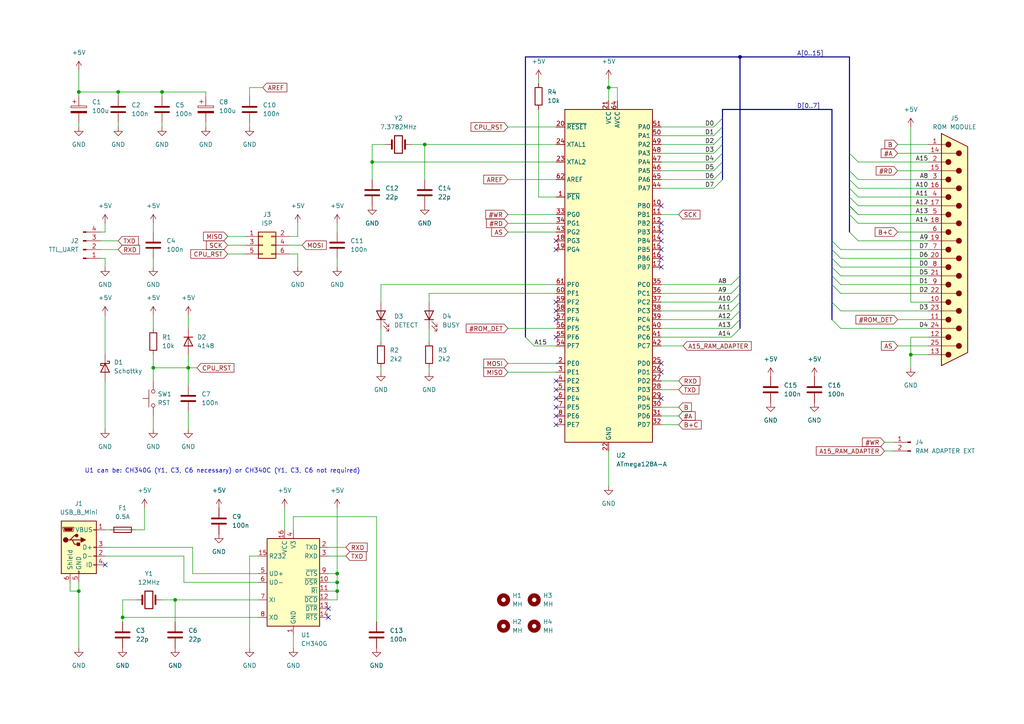
<source format=kicad_sch>
(kicad_sch (version 20231120) (generator "eeschema") (generator_version "8.0")
  (paper "A4")
  (title_block (title "FLT/CU1 ROM reader") (date "2025-01-22") (rev "B") (company "trwgQ26xxx"))
  (lib_symbols
    (symbol "Connector:Conn_01x02_Pin" (pin_names (offset 1.016) hide)
      (property "Reference" "J" (at 0 2.54 0))
      (property "Value" "Conn_01x02_Pin" (at 0 -5.08 0))
      (symbol "Conn_01x02_Pin_1_1"
        (pin passive line (at 5.08 0 180) (length 3.81) (name "Pin_1") (number "1"))
        (pin passive line (at 5.08 -2.54 180) (length 3.81) (name "Pin_2") (number "2"))
      )
    )
    (symbol "Connector:Conn_01x04_Pin" (pin_names (offset 1.016) hide)
      (property "Reference" "J" (at 0 5.08 0))
      (property "Value" "Conn_01x04_Pin" (at 0 -7.62 0))
      (symbol "Conn_01x04_Pin_1_1"
        (pin passive line (at 5.08 2.54 180) (length 3.81) (name "Pin_1") (number "1"))
        (pin passive line (at 5.08 0 180) (length 3.81) (name "Pin_2") (number "2"))
        (pin passive line (at 5.08 -2.54 180) (length 3.81) (name "Pin_3") (number "3"))
        (pin passive line (at 5.08 -5.08 180) (length 3.81) (name "Pin_4") (number "4"))
      )
    )
    (symbol "Connector:DB25_Plug" (pin_names (offset 1.016) hide)
      (property "Reference" "J" (at 0 34.29 0))
      (property "Value" "DB25_Plug" (at 0 -34.925 0))
      (symbol "DB25_Plug_1_1"
        (pin passive line (at -7.62 -30.48 0) (length 3.81) (name "1") (number "1"))
        (pin passive line (at -7.62 15.24 0) (length 3.81) (name "10") (number "10"))
        (pin passive line (at -7.62 20.32 0) (length 3.81) (name "11") (number "11"))
        (pin passive line (at -7.62 25.4 0) (length 3.81) (name "12") (number "12"))
        (pin passive line (at -7.62 30.48 0) (length 3.81) (name "13") (number "13"))
        (pin passive line (at -7.62 -27.94 0) (length 3.81) (name "P14") (number "14"))
        (pin passive line (at -7.62 -22.86 0) (length 3.81) (name "P15") (number "15"))
        (pin passive line (at -7.62 -17.78 0) (length 3.81) (name "P16") (number "16"))
        (pin passive line (at -7.62 -12.7 0) (length 3.81) (name "P17") (number "17"))
        (pin passive line (at -7.62 -7.62 0) (length 3.81) (name "P18") (number "18"))
        (pin passive line (at -7.62 -2.54 0) (length 3.81) (name "P19") (number "19"))
        (pin passive line (at -7.62 -25.4 0) (length 3.81) (name "2") (number "2"))
        (pin passive line (at -7.62 2.54 0) (length 3.81) (name "P20") (number "20"))
        (pin passive line (at -7.62 7.62 0) (length 3.81) (name "P21") (number "21"))
        (pin passive line (at -7.62 12.7 0) (length 3.81) (name "P22") (number "22"))
        (pin passive line (at -7.62 17.78 0) (length 3.81) (name "P23") (number "23"))
        (pin passive line (at -7.62 22.86 0) (length 3.81) (name "P24") (number "24"))
        (pin passive line (at -7.62 27.94 0) (length 3.81) (name "P25") (number "25"))
        (pin passive line (at -7.62 -20.32 0) (length 3.81) (name "3") (number "3"))
        (pin passive line (at -7.62 -15.24 0) (length 3.81) (name "4") (number "4"))
        (pin passive line (at -7.62 -10.16 0) (length 3.81) (name "5") (number "5"))
        (pin passive line (at -7.62 -5.08 0) (length 3.81) (name "6") (number "6"))
        (pin passive line (at -7.62 0 0) (length 3.81) (name "7") (number "7"))
        (pin passive line (at -7.62 5.08 0) (length 3.81) (name "8") (number "8"))
        (pin passive line (at -7.62 10.16 0) (length 3.81) (name "9") (number "9"))
      )
    )
    (symbol "Connector:USB_B_Mini" (pin_names (offset 1.016))
      (property "Reference" "J" (at -5.08 11.43 0))
      (property "Value" "USB_B_Mini" (at -5.08 8.89 0))
      (symbol "USB_B_Mini_1_1"
        (pin power_out line (at 7.62 5.08 180) (length 2.54) (name "VBUS") (number "1"))
        (pin bidirectional line (at 7.62 -2.54 180) (length 2.54) (name "D-") (number "2"))
        (pin bidirectional line (at 7.62 0 180) (length 2.54) (name "D+") (number "3"))
        (pin passive line (at 7.62 -5.08 180) (length 2.54) (name "ID") (number "4"))
        (pin power_out line (at 0 -10.16 90) (length 2.54) (name "GND") (number "5"))
        (pin passive line (at -2.54 -10.16 90) (length 2.54) (name "Shield") (number "6"))
      )
    )
    (symbol "Connector_Generic:Conn_02x03_Odd_Even" (pin_names (offset 1.016) hide)
      (property "Reference" "J" (at 1.27 5.08 0))
      (property "Value" "Conn_02x03_Odd_Even" (at 1.27 -5.08 0))
      (symbol "Conn_02x03_Odd_Even_1_1"
        (pin passive line (at -5.08 2.54 0) (length 3.81) (name "Pin_1") (number "1"))
        (pin passive line (at 7.62 2.54 180) (length 3.81) (name "Pin_2") (number "2"))
        (pin passive line (at -5.08 0 0) (length 3.81) (name "Pin_3") (number "3"))
        (pin passive line (at 7.62 0 180) (length 3.81) (name "Pin_4") (number "4"))
        (pin passive line (at -5.08 -2.54 0) (length 3.81) (name "Pin_5") (number "5"))
        (pin passive line (at 7.62 -2.54 180) (length 3.81) (name "Pin_6") (number "6"))
      )
    )
    (symbol "Device:C" (pin_numbers hide) (pin_names (offset 0.254))
      (property "Reference" "C" (at 0.635 2.54 0))
      (property "Value" "C" (at 0.635 -2.54 0))
      (symbol "C_1_1"
        (pin passive line (at 0 3.81 270) (length 2.794) (name "~") (number "1"))
        (pin passive line (at 0 -3.81 90) (length 2.794) (name "~") (number "2"))
      )
    )
    (symbol "Device:C_Polarized" (pin_numbers hide) (pin_names (offset 0.254))
      (property "Reference" "C" (at 0.635 2.54 0))
      (property "Value" "C_Polarized" (at 0.635 -2.54 0))
      (symbol "C_Polarized_1_1"
        (pin passive line (at 0 3.81 270) (length 2.794) (name "~") (number "1"))
        (pin passive line (at 0 -3.81 90) (length 2.794) (name "~") (number "2"))
      )
    )
    (symbol "Device:Crystal" (pin_numbers hide) (pin_names (offset 1.016) hide)
      (property "Reference" "Y" (at 0 3.81 0))
      (property "Value" "Crystal" (at 0 -3.81 0))
      (symbol "Crystal_1_1"
        (pin passive line (at -3.81 0 0) (length 1.27) (name "1") (number "1"))
        (pin passive line (at 3.81 0 180) (length 1.27) (name "2") (number "2"))
      )
    )
    (symbol "Device:D" (pin_numbers hide) (pin_names (offset 1.016) hide)
      (property "Reference" "D" (at 0 2.54 0))
      (property "Value" "D" (at 0 -2.54 0))
      (symbol "D_1_1"
        (pin passive line (at -3.81 0 0) (length 2.54) (name "K") (number "1"))
        (pin passive line (at 3.81 0 180) (length 2.54) (name "A") (number "2"))
      )
    )
    (symbol "Device:D_Schottky" (pin_numbers hide) (pin_names (offset 1.016) hide)
      (property "Reference" "D" (at 0 2.54 0))
      (property "Value" "D_Schottky" (at 0 -2.54 0))
      (symbol "D_Schottky_1_1"
        (pin passive line (at -3.81 0 0) (length 2.54) (name "K") (number "1"))
        (pin passive line (at 3.81 0 180) (length 2.54) (name "A") (number "2"))
      )
    )
    (symbol "Device:Fuse" (pin_numbers hide) (pin_names (offset 0))
      (property "Reference" "F" (at 2.032 0 90))
      (property "Value" "Fuse" (at -1.905 0 90))
      (symbol "Fuse_1_1"
        (pin passive line (at 0 3.81 270) (length 1.27) (name "~") (number "1"))
        (pin passive line (at 0 -3.81 90) (length 1.27) (name "~") (number "2"))
      )
    )
    (symbol "Device:LED" (pin_numbers hide) (pin_names (offset 1.016) hide)
      (property "Reference" "D" (at 0 2.54 0))
      (property "Value" "LED" (at 0 -2.54 0))
      (symbol "LED_1_1"
        (pin passive line (at -3.81 0 0) (length 2.54) (name "K") (number "1"))
        (pin passive line (at 3.81 0 180) (length 2.54) (name "A") (number "2"))
      )
    )
    (symbol "Device:R" (pin_numbers hide) (pin_names (offset 0))
      (property "Reference" "R" (at 2.032 0 90))
      (property "Value" "R" (at 0 0 90))
      (symbol "R_1_1"
        (pin passive line (at 0 3.81 270) (length 1.27) (name "~") (number "1"))
        (pin passive line (at 0 -3.81 90) (length 1.27) (name "~") (number "2"))
      )
    )
    (symbol "Interface_USB:CH340G"
      (property "Reference" "U" (at -5.08 13.97 0))
      (property "Value" "CH340G" (at 1.27 13.97 0))
      (symbol "CH340G_1_1"
        (pin power_in line (at 0 -15.24 90) (length 2.54) (name "GND") (number "1"))
        (pin input line (at 10.16 0 180) (length 2.54) (name "~{DSR}") (number "10"))
        (pin input line (at 10.16 -2.54 180) (length 2.54) (name "~{RI}") (number "11"))
        (pin input line (at 10.16 -5.08 180) (length 2.54) (name "~{DCD}") (number "12"))
        (pin output line (at 10.16 -7.62 180) (length 2.54) (name "~{DTR}") (number "13"))
        (pin output line (at 10.16 -10.16 180) (length 2.54) (name "~{RTS}") (number "14"))
        (pin input line (at -10.16 7.62 0) (length 2.54) (name "R232") (number "15"))
        (pin power_in line (at -2.54 15.24 270) (length 2.54) (name "VCC") (number "16"))
        (pin output line (at 10.16 10.16 180) (length 2.54) (name "TXD") (number "2"))
        (pin input line (at 10.16 7.62 180) (length 2.54) (name "RXD") (number "3"))
        (pin power_out line (at 0 15.24 270) (length 2.54) (name "V3") (number "4"))
        (pin bidirectional line (at -10.16 2.54 0) (length 2.54) (name "UD+") (number "5"))
        (pin bidirectional line (at -10.16 0 0) (length 2.54) (name "UD-") (number "6"))
        (pin input line (at -10.16 -5.08 0) (length 2.54) (name "XI") (number "7"))
        (pin output line (at -10.16 -10.16 0) (length 2.54) (name "XO") (number "8"))
        (pin input line (at 10.16 2.54 180) (length 2.54) (name "~{CTS}") (number "9"))
      )
    )
    (symbol "MCU_Microchip_ATmega:ATmega128A-A"
      (property "Reference" "U" (at -12.7 49.53 0))
      (property "Value" "ATmega128A-A" (at 2.54 -49.53 0))
      (symbol "ATmega128A-A_1_1"
        (pin input line (at -15.24 22.86 0) (length 2.54) (name "~{PEN}") (number "1"))
        (pin bidirectional line (at 15.24 20.32 180) (length 2.54) (name "PB0") (number "10"))
        (pin bidirectional line (at 15.24 17.78 180) (length 2.54) (name "PB1") (number "11"))
        (pin bidirectional line (at 15.24 15.24 180) (length 2.54) (name "PB2") (number "12"))
        (pin bidirectional line (at 15.24 12.7 180) (length 2.54) (name "PB3") (number "13"))
        (pin bidirectional line (at 15.24 10.16 180) (length 2.54) (name "PB4") (number "14"))
        (pin bidirectional line (at 15.24 7.62 180) (length 2.54) (name "PB5") (number "15"))
        (pin bidirectional line (at 15.24 5.08 180) (length 2.54) (name "PB6") (number "16"))
        (pin bidirectional line (at 15.24 2.54 180) (length 2.54) (name "PB7") (number "17"))
        (pin bidirectional line (at -15.24 10.16 0) (length 2.54) (name "PG3") (number "18"))
        (pin bidirectional line (at -15.24 7.62 0) (length 2.54) (name "PG4") (number "19"))
        (pin bidirectional line (at -15.24 -25.4 0) (length 2.54) (name "PE0") (number "2"))
        (pin input line (at -15.24 43.18 0) (length 2.54) (name "~{RESET}") (number "20"))
        (pin power_in line (at 0 50.8 270) (length 2.54) (name "VCC") (number "21"))
        (pin power_in line (at 0 -50.8 90) (length 2.54) (name "GND") (number "22"))
        (pin output line (at -15.24 33.02 0) (length 2.54) (name "XTAL2") (number "23"))
        (pin input line (at -15.24 38.1 0) (length 2.54) (name "XTAL1") (number "24"))
        (pin bidirectional line (at 15.24 -25.4 180) (length 2.54) (name "PD0") (number "25"))
        (pin bidirectional line (at 15.24 -27.94 180) (length 2.54) (name "PD1") (number "26"))
        (pin bidirectional line (at 15.24 -30.48 180) (length 2.54) (name "PD2") (number "27"))
        (pin bidirectional line (at 15.24 -33.02 180) (length 2.54) (name "PD3") (number "28"))
        (pin bidirectional line (at 15.24 -35.56 180) (length 2.54) (name "PD4") (number "29"))
        (pin bidirectional line (at -15.24 -27.94 0) (length 2.54) (name "PE1") (number "3"))
        (pin bidirectional line (at 15.24 -38.1 180) (length 2.54) (name "PD5") (number "30"))
        (pin bidirectional line (at 15.24 -40.64 180) (length 2.54) (name "PD6") (number "31"))
        (pin bidirectional line (at 15.24 -43.18 180) (length 2.54) (name "PD7") (number "32"))
        (pin bidirectional line (at -15.24 17.78 0) (length 2.54) (name "PG0") (number "33"))
        (pin bidirectional line (at -15.24 15.24 0) (length 2.54) (name "PG1") (number "34"))
        (pin bidirectional line (at 15.24 -2.54 180) (length 2.54) (name "PC0") (number "35"))
        (pin bidirectional line (at 15.24 -5.08 180) (length 2.54) (name "PC1") (number "36"))
        (pin bidirectional line (at 15.24 -7.62 180) (length 2.54) (name "PC2") (number "37"))
        (pin bidirectional line (at 15.24 -10.16 180) (length 2.54) (name "PC3") (number "38"))
        (pin bidirectional line (at 15.24 -12.7 180) (length 2.54) (name "PC4") (number "39"))
        (pin bidirectional line (at -15.24 -30.48 0) (length 2.54) (name "PE2") (number "4"))
        (pin bidirectional line (at 15.24 -15.24 180) (length 2.54) (name "PC5") (number "40"))
        (pin bidirectional line (at 15.24 -17.78 180) (length 2.54) (name "PC6") (number "41"))
        (pin bidirectional line (at 15.24 -20.32 180) (length 2.54) (name "PC7") (number "42"))
        (pin bidirectional line (at -15.24 12.7 0) (length 2.54) (name "PG2") (number "43"))
        (pin bidirectional line (at 15.24 25.4 180) (length 2.54) (name "PA7") (number "44"))
        (pin bidirectional line (at 15.24 27.94 180) (length 2.54) (name "PA6") (number "45"))
        (pin bidirectional line (at 15.24 30.48 180) (length 2.54) (name "PA5") (number "46"))
        (pin bidirectional line (at 15.24 33.02 180) (length 2.54) (name "PA4") (number "47"))
        (pin bidirectional line (at 15.24 35.56 180) (length 2.54) (name "PA3") (number "48"))
        (pin bidirectional line (at 15.24 38.1 180) (length 2.54) (name "PA2") (number "49"))
        (pin bidirectional line (at -15.24 -33.02 0) (length 2.54) (name "PE3") (number "5"))
        (pin bidirectional line (at 15.24 40.64 180) (length 2.54) (name "PA1") (number "50"))
        (pin bidirectional line (at 15.24 43.18 180) (length 2.54) (name "PA0") (number "51"))
        (pin passive line (at 0 50.8 270) (length 2.54) hide (name "VCC") (number "52"))
        (pin passive line (at 0 -50.8 90) (length 2.54) hide (name "GND") (number "53"))
        (pin bidirectional line (at -15.24 -20.32 0) (length 2.54) (name "PF7") (number "54"))
        (pin bidirectional line (at -15.24 -17.78 0) (length 2.54) (name "PF6") (number "55"))
        (pin bidirectional line (at -15.24 -15.24 0) (length 2.54) (name "PF5") (number "56"))
        (pin bidirectional line (at -15.24 -12.7 0) (length 2.54) (name "PF4") (number "57"))
        (pin bidirectional line (at -15.24 -10.16 0) (length 2.54) (name "PF3") (number "58"))
        (pin bidirectional line (at -15.24 -7.62 0) (length 2.54) (name "PF2") (number "59"))
        (pin bidirectional line (at -15.24 -35.56 0) (length 2.54) (name "PE4") (number "6"))
        (pin bidirectional line (at -15.24 -5.08 0) (length 2.54) (name "PF1") (number "60"))
        (pin bidirectional line (at -15.24 -2.54 0) (length 2.54) (name "PF0") (number "61"))
        (pin passive line (at -15.24 27.94 0) (length 2.54) (name "AREF") (number "62"))
        (pin passive line (at 0 -50.8 90) (length 2.54) hide (name "GND") (number "63"))
        (pin power_in line (at 2.54 50.8 270) (length 2.54) (name "AVCC") (number "64"))
        (pin bidirectional line (at -15.24 -38.1 0) (length 2.54) (name "PE5") (number "7"))
        (pin bidirectional line (at -15.24 -40.64 0) (length 2.54) (name "PE6") (number "8"))
        (pin bidirectional line (at -15.24 -43.18 0) (length 2.54) (name "PE7") (number "9"))
      )
    )
    (symbol "Mechanical:MountingHole" (pin_names (offset 1.016)) (exclude_from_sim yes) (in_bom no)
      (property "Reference" "H" (at 0 5.08 0))
      (property "Value" "MountingHole" (at 0 3.175 0))
    )
    (symbol "Switch:SW_Push" (pin_numbers hide) (pin_names (offset 1.016) hide)
      (property "Reference" "SW" (at 1.27 2.54 0))
      (property "Value" "SW_Push" (at 0 -1.524 0))
      (symbol "SW_Push_0_1"
        (pin passive line (at -5.08 0 0) (length 2.54) (name "1") (number "1"))
        (pin passive line (at 5.08 0 180) (length 2.54) (name "2") (number "2"))
      )
    )
    (symbol "power:+5V" (power) (pin_names (offset 0))
      (property "Value" "+5V" (at 0 3.556 0))
      (symbol "+5V_1_1"
        (pin power_in line (at 0 0 90) (length 0) hide (name "+5V") (number "1"))
      )
    )
    (symbol "power:GND" (power) (pin_names (offset 0))
      (property "Value" "GND" (at 0 -3.81 0))
      (symbol "GND_1_1"
        (pin power_in line (at 0 0 270) (length 0) hide (name "GND") (number "1"))
      )
    )
  )
  (junction (at 107.95 46.99))
  (junction (at 22.86 26.67))
  (junction (at 44.45 106.68))
  (junction (at 35.56 179.07))
  (junction (at 22.86 171.45))
  (junction (at 214.63 16.51))
  (junction (at 176.53 25.4))
  (junction (at 34.29 26.67))
  (junction (at 50.8 173.99))
  (junction (at 46.99 26.67))
  (junction (at 97.79 166.37))
  (junction (at 123.19 41.91))
  (junction (at 97.79 171.45))
  (junction (at 54.61 106.68))
  (junction (at 264.16 102.87))
  (junction (at 97.79 168.91))
  (no_connect (at 161.29 92.71))
  (no_connect (at 191.77 107.95))
  (no_connect (at 95.25 176.53))
  (no_connect (at 30.48 163.83))
  (no_connect (at 161.29 113.03))
  (no_connect (at 191.77 115.57))
  (no_connect (at 191.77 69.85))
  (no_connect (at 161.29 120.65))
  (no_connect (at 161.29 115.57))
  (no_connect (at 191.77 77.47))
  (no_connect (at 191.77 67.31))
  (no_connect (at 191.77 105.41))
  (no_connect (at 161.29 87.63))
  (no_connect (at 191.77 72.39))
  (no_connect (at 161.29 90.17))
  (no_connect (at 95.25 179.07))
  (no_connect (at 161.29 123.19))
  (no_connect (at 191.77 74.93))
  (no_connect (at 161.29 118.11))
  (no_connect (at 191.77 59.69))
  (no_connect (at 191.77 64.77))
  (no_connect (at 161.29 97.79))
  (no_connect (at 161.29 69.85))
  (no_connect (at 161.29 110.49))
  (no_connect (at 161.29 72.39))
  (bus_entry (at 241.3 74.93) (size 2.54 2.54))
  (bus_entry (at 214.63 92.71) (size -2.54 2.54))
  (bus_entry (at 209.55 36.83) (size -2.54 2.54))
  (bus_entry (at 246.38 67.31) (size 2.54 2.54))
  (bus_entry (at 152.4 97.79) (size 2.54 2.54))
  (bus_entry (at 214.63 90.17) (size -2.54 2.54))
  (bus_entry (at 214.63 85.09) (size -2.54 2.54))
  (bus_entry (at 241.3 92.71) (size 2.54 2.54))
  (bus_entry (at 241.3 77.47) (size 2.54 2.54))
  (bus_entry (at 246.38 54.61) (size 2.54 2.54))
  (bus_entry (at 209.55 46.99) (size -2.54 2.54))
  (bus_entry (at 246.38 57.15) (size 2.54 2.54))
  (bus_entry (at 246.38 62.23) (size 2.54 2.54))
  (bus_entry (at 214.63 87.63) (size -2.54 2.54))
  (bus_entry (at 246.38 52.07) (size 2.54 2.54))
  (bus_entry (at 209.55 39.37) (size -2.54 2.54))
  (bus_entry (at 241.3 72.39) (size 2.54 2.54))
  (bus_entry (at 246.38 59.69) (size 2.54 2.54))
  (bus_entry (at 246.38 49.53) (size 2.54 2.54))
  (bus_entry (at 209.55 41.91) (size -2.54 2.54))
  (bus_entry (at 209.55 44.45) (size -2.54 2.54))
  (bus_entry (at 241.3 87.63) (size 2.54 2.54))
  (bus_entry (at 246.38 44.45) (size 2.54 2.54))
  (bus_entry (at 214.63 95.25) (size -2.54 2.54))
  (bus_entry (at 241.3 69.85) (size 2.54 2.54))
  (bus_entry (at 209.55 49.53) (size -2.54 2.54))
  (bus_entry (at 241.3 82.55) (size 2.54 2.54))
  (bus_entry (at 246.38 59.69) (size 2.54 2.54))
  (bus_entry (at 209.55 52.07) (size -2.54 2.54))
  (bus_entry (at 214.63 80.01) (size -2.54 2.54))
  (bus_entry (at 241.3 80.01) (size 2.54 2.54))
  (bus_entry (at 214.63 82.55) (size -2.54 2.54))
  (bus_entry (at 209.55 34.29) (size -2.54 2.54))
  (wire (pts (xy 196.85 118.11) (xy 191.77 118.11)))
  (wire (pts (xy 269.24 44.45) (xy 260.35 44.45)))
  (wire (pts (xy 191.77 87.63) (xy 212.09 87.63)))
  (wire (pts (xy 179.07 29.21) (xy 179.07 25.4)))
  (wire (pts (xy 147.32 52.07) (xy 161.29 52.07)))
  (wire (pts (xy 269.24 92.71) (xy 260.35 92.71)))
  (wire (pts (xy 191.77 85.09) (xy 212.09 85.09)))
  (wire (pts (xy 147.32 107.95) (xy 161.29 107.95)))
  (bus (pts (xy 214.63 85.09) (xy 214.63 87.63)))
  (wire (pts (xy 46.99 35.56) (xy 46.99 36.83)))
  (wire (pts (xy 95.25 168.91) (xy 97.79 168.91)))
  (wire (pts (xy 156.21 22.86) (xy 156.21 24.13)))
  (wire (pts (xy 46.99 173.99) (xy 50.8 173.99)))
  (wire (pts (xy 95.25 166.37) (xy 97.79 166.37)))
  (wire (pts (xy 54.61 102.87) (xy 54.61 106.68)))
  (wire (pts (xy 44.45 120.65) (xy 44.45 124.46)))
  (wire (pts (xy 55.88 158.75) (xy 55.88 166.37)))
  (wire (pts (xy 35.56 179.07) (xy 74.93 179.07)))
  (wire (pts (xy 97.79 171.45) (xy 97.79 168.91)))
  (wire (pts (xy 66.04 68.58) (xy 71.12 68.58)))
  (wire (pts (xy 30.48 64.77) (xy 30.48 67.31)))
  (wire (pts (xy 196.85 120.65) (xy 191.77 120.65)))
  (bus (pts (xy 246.38 16.51) (xy 246.38 44.45)))
  (wire (pts (xy 123.19 41.91) (xy 123.19 52.07)))
  (wire (pts (xy 22.86 35.56) (xy 22.86 36.83)))
  (bus (pts (xy 209.55 36.83) (xy 209.55 39.37)))
  (wire (pts (xy 154.94 100.33) (xy 161.29 100.33)))
  (wire (pts (xy 44.45 64.77) (xy 44.45 67.31)))
  (bus (pts (xy 209.55 31.75) (xy 241.3 31.75)))
  (wire (pts (xy 124.46 95.25) (xy 124.46 99.06)))
  (wire (pts (xy 97.79 173.99) (xy 97.79 171.45)))
  (wire (pts (xy 147.32 64.77) (xy 161.29 64.77)))
  (wire (pts (xy 269.24 57.15) (xy 248.92 57.15)))
  (wire (pts (xy 46.99 26.67) (xy 59.69 26.67)))
  (wire (pts (xy 59.69 26.67) (xy 59.69 27.94)))
  (wire (pts (xy 59.69 36.83) (xy 59.69 35.56)))
  (wire (pts (xy 74.93 161.29) (xy 72.39 161.29)))
  (bus (pts (xy 214.63 16.51) (xy 214.63 80.01)))
  (wire (pts (xy 111.76 41.91) (xy 107.95 41.91)))
  (wire (pts (xy 269.24 100.33) (xy 260.35 100.33)))
  (wire (pts (xy 83.82 68.58) (xy 86.36 68.58)))
  (wire (pts (xy 110.49 82.55) (xy 110.49 87.63)))
  (wire (pts (xy 269.24 41.91) (xy 260.35 41.91)))
  (wire (pts (xy 161.29 85.09) (xy 124.46 85.09)))
  (wire (pts (xy 50.8 173.99) (xy 50.8 180.34)))
  (wire (pts (xy 30.48 67.31) (xy 29.21 67.31)))
  (wire (pts (xy 55.88 166.37) (xy 74.93 166.37)))
  (wire (pts (xy 29.21 69.85) (xy 34.29 69.85)))
  (wire (pts (xy 30.48 110.49) (xy 30.48 124.46)))
  (wire (pts (xy 269.24 95.25) (xy 243.84 95.25)))
  (wire (pts (xy 269.24 62.23) (xy 248.92 62.23)))
  (wire (pts (xy 66.04 71.12) (xy 71.12 71.12)))
  (bus (pts (xy 209.55 49.53) (xy 209.55 52.07)))
  (bus (pts (xy 246.38 62.23) (xy 246.38 67.31)))
  (wire (pts (xy 46.99 27.94) (xy 46.99 26.67)))
  (wire (pts (xy 30.48 74.93) (xy 30.48 77.47)))
  (wire (pts (xy 161.29 82.55) (xy 110.49 82.55)))
  (wire (pts (xy 34.29 27.94) (xy 34.29 26.67)))
  (wire (pts (xy 85.09 187.96) (xy 85.09 184.15)))
  (wire (pts (xy 248.92 69.85) (xy 269.24 69.85)))
  (bus (pts (xy 241.3 72.39) (xy 241.3 74.93)))
  (wire (pts (xy 54.61 91.44) (xy 54.61 95.25)))
  (wire (pts (xy 86.36 68.58) (xy 86.36 64.77)))
  (bus (pts (xy 246.38 44.45) (xy 246.38 49.53)))
  (wire (pts (xy 22.86 27.94) (xy 22.86 26.67)))
  (wire (pts (xy 156.21 57.15) (xy 156.21 31.75)))
  (bus (pts (xy 246.38 59.69) (xy 246.38 62.23)))
  (bus (pts (xy 246.38 49.53) (xy 246.38 52.07)))
  (bus (pts (xy 241.3 82.55) (xy 241.3 87.63)))
  (wire (pts (xy 248.92 54.61) (xy 269.24 54.61)))
  (wire (pts (xy 191.77 46.99) (xy 207.01 46.99)))
  (wire (pts (xy 97.79 168.91) (xy 97.79 166.37)))
  (wire (pts (xy 34.29 26.67) (xy 46.99 26.67)))
  (wire (pts (xy 191.77 44.45) (xy 207.01 44.45)))
  (wire (pts (xy 248.92 46.99) (xy 269.24 46.99)))
  (bus (pts (xy 241.3 87.63) (xy 241.3 92.71)))
  (wire (pts (xy 95.25 161.29) (xy 100.33 161.29)))
  (wire (pts (xy 22.86 168.91) (xy 22.86 171.45)))
  (wire (pts (xy 53.34 168.91) (xy 74.93 168.91)))
  (bus (pts (xy 214.63 90.17) (xy 214.63 92.71)))
  (wire (pts (xy 269.24 67.31) (xy 260.35 67.31)))
  (wire (pts (xy 124.46 85.09) (xy 124.46 87.63)))
  (wire (pts (xy 109.22 149.86) (xy 109.22 180.34)))
  (bus (pts (xy 246.38 52.07) (xy 246.38 54.61)))
  (wire (pts (xy 83.82 73.66) (xy 86.36 73.66)))
  (wire (pts (xy 269.24 77.47) (xy 243.84 77.47)))
  (wire (pts (xy 191.77 39.37) (xy 207.01 39.37)))
  (wire (pts (xy 107.95 41.91) (xy 107.95 46.99)))
  (bus (pts (xy 214.63 80.01) (xy 214.63 82.55)))
  (wire (pts (xy 30.48 91.44) (xy 30.48 102.87)))
  (wire (pts (xy 54.61 106.68) (xy 54.61 111.76)))
  (wire (pts (xy 44.45 106.68) (xy 44.45 110.49)))
  (wire (pts (xy 147.32 62.23) (xy 161.29 62.23)))
  (wire (pts (xy 110.49 106.68) (xy 110.49 107.95)))
  (wire (pts (xy 85.09 149.86) (xy 109.22 149.86)))
  (wire (pts (xy 264.16 102.87) (xy 264.16 106.68)))
  (wire (pts (xy 54.61 106.68) (xy 57.15 106.68)))
  (bus (pts (xy 214.63 16.51) (xy 246.38 16.51)))
  (wire (pts (xy 191.77 36.83) (xy 207.01 36.83)))
  (wire (pts (xy 191.77 41.91) (xy 207.01 41.91)))
  (wire (pts (xy 119.38 41.91) (xy 123.19 41.91)))
  (wire (pts (xy 110.49 95.25) (xy 110.49 99.06)))
  (bus (pts (xy 209.55 41.91) (xy 209.55 44.45)))
  (bus (pts (xy 209.55 34.29) (xy 209.55 36.83)))
  (bus (pts (xy 214.63 82.55) (xy 214.63 85.09)))
  (wire (pts (xy 196.85 123.19) (xy 191.77 123.19)))
  (wire (pts (xy 30.48 161.29) (xy 53.34 161.29)))
  (wire (pts (xy 95.25 158.75) (xy 100.33 158.75)))
  (wire (pts (xy 191.77 95.25) (xy 212.09 95.25)))
  (bus (pts (xy 152.4 16.51) (xy 152.4 97.79)))
  (wire (pts (xy 39.37 173.99) (xy 35.56 173.99)))
  (bus (pts (xy 209.55 31.75) (xy 209.55 34.29)))
  (wire (pts (xy 53.34 161.29) (xy 53.34 168.91)))
  (wire (pts (xy 97.79 166.37) (xy 97.79 147.32)))
  (wire (pts (xy 191.77 110.49) (xy 196.85 110.49)))
  (bus (pts (xy 214.63 16.51) (xy 152.4 16.51)))
  (wire (pts (xy 191.77 54.61) (xy 207.01 54.61)))
  (wire (pts (xy 191.77 92.71) (xy 212.09 92.71)))
  (bus (pts (xy 209.55 46.99) (xy 209.55 49.53)))
  (wire (pts (xy 176.53 22.86) (xy 176.53 25.4)))
  (wire (pts (xy 95.25 171.45) (xy 97.79 171.45)))
  (wire (pts (xy 161.29 57.15) (xy 156.21 57.15)))
  (wire (pts (xy 107.95 46.99) (xy 107.95 52.07)))
  (wire (pts (xy 269.24 85.09) (xy 243.84 85.09)))
  (wire (pts (xy 269.24 52.07) (xy 248.92 52.07)))
  (wire (pts (xy 72.39 161.29) (xy 72.39 187.96)))
  (wire (pts (xy 269.24 64.77) (xy 248.92 64.77)))
  (wire (pts (xy 191.77 90.17) (xy 212.09 90.17)))
  (wire (pts (xy 256.54 130.81) (xy 259.08 130.81)))
  (bus (pts (xy 241.3 77.47) (xy 241.3 80.01)))
  (wire (pts (xy 44.45 102.87) (xy 44.45 106.68)))
  (wire (pts (xy 269.24 87.63) (xy 264.16 87.63)))
  (wire (pts (xy 123.19 41.91) (xy 161.29 41.91)))
  (wire (pts (xy 124.46 106.68) (xy 124.46 107.95)))
  (bus (pts (xy 246.38 54.61) (xy 246.38 57.15)))
  (wire (pts (xy 176.53 25.4) (xy 179.07 25.4)))
  (wire (pts (xy 72.39 25.4) (xy 72.39 27.94)))
  (wire (pts (xy 41.91 153.67) (xy 41.91 147.32)))
  (wire (pts (xy 34.29 35.56) (xy 34.29 36.83)))
  (wire (pts (xy 22.86 26.67) (xy 34.29 26.67)))
  (wire (pts (xy 191.77 100.33) (xy 198.12 100.33)))
  (wire (pts (xy 269.24 59.69) (xy 248.92 59.69)))
  (bus (pts (xy 241.3 31.75) (xy 241.3 69.85)))
  (wire (pts (xy 264.16 97.79) (xy 264.16 102.87)))
  (wire (pts (xy 161.29 67.31) (xy 147.32 67.31)))
  (bus (pts (xy 209.55 44.45) (xy 209.55 46.99)))
  (wire (pts (xy 95.25 173.99) (xy 97.79 173.99)))
  (wire (pts (xy 66.04 73.66) (xy 71.12 73.66)))
  (bus (pts (xy 241.3 80.01) (xy 241.3 82.55)))
  (wire (pts (xy 191.77 49.53) (xy 207.01 49.53)))
  (wire (pts (xy 191.77 97.79) (xy 212.09 97.79)))
  (wire (pts (xy 29.21 72.39) (xy 34.29 72.39)))
  (wire (pts (xy 72.39 35.56) (xy 72.39 36.83)))
  (wire (pts (xy 269.24 90.17) (xy 243.84 90.17)))
  (wire (pts (xy 147.32 105.41) (xy 161.29 105.41)))
  (wire (pts (xy 264.16 102.87) (xy 269.24 102.87)))
  (wire (pts (xy 269.24 72.39) (xy 243.84 72.39)))
  (wire (pts (xy 176.53 140.97) (xy 176.53 130.81)))
  (wire (pts (xy 82.55 147.32) (xy 82.55 153.67)))
  (wire (pts (xy 264.16 87.63) (xy 264.16 36.83)))
  (bus (pts (xy 209.55 39.37) (xy 209.55 41.91)))
  (wire (pts (xy 269.24 74.93) (xy 243.84 74.93)))
  (wire (pts (xy 97.79 74.93) (xy 97.79 77.47)))
  (wire (pts (xy 44.45 74.93) (xy 44.45 77.47)))
  (wire (pts (xy 269.24 82.55) (xy 243.84 82.55)))
  (wire (pts (xy 35.56 173.99) (xy 35.56 179.07)))
  (wire (pts (xy 147.32 36.83) (xy 161.29 36.83)))
  (wire (pts (xy 256.54 128.27) (xy 259.08 128.27)))
  (wire (pts (xy 44.45 106.68) (xy 54.61 106.68)))
  (wire (pts (xy 22.86 171.45) (xy 22.86 187.96)))
  (wire (pts (xy 44.45 91.44) (xy 44.45 95.25)))
  (wire (pts (xy 20.32 171.45) (xy 22.86 171.45)))
  (wire (pts (xy 269.24 97.79) (xy 264.16 97.79)))
  (wire (pts (xy 83.82 71.12) (xy 87.63 71.12)))
  (wire (pts (xy 269.24 49.53) (xy 260.35 49.53)))
  (wire (pts (xy 107.95 46.99) (xy 161.29 46.99)))
  (wire (pts (xy 22.86 20.32) (xy 22.86 26.67)))
  (wire (pts (xy 54.61 119.38) (xy 54.61 124.46)))
  (wire (pts (xy 35.56 179.07) (xy 35.56 180.34)))
  (wire (pts (xy 20.32 168.91) (xy 20.32 171.45)))
  (bus (pts (xy 241.3 74.93) (xy 241.3 77.47)))
  (wire (pts (xy 191.77 82.55) (xy 212.09 82.55)))
  (wire (pts (xy 191.77 62.23) (xy 196.85 62.23)))
  (wire (pts (xy 85.09 153.67) (xy 85.09 149.86)))
  (wire (pts (xy 97.79 64.77) (xy 97.79 67.31)))
  (wire (pts (xy 86.36 73.66) (xy 86.36 77.47)))
  (wire (pts (xy 50.8 173.99) (xy 74.93 173.99)))
  (bus (pts (xy 241.3 69.85) (xy 241.3 72.39)))
  (wire (pts (xy 269.24 80.01) (xy 243.84 80.01)))
  (wire (pts (xy 176.53 25.4) (xy 176.53 29.21)))
  (wire (pts (xy 30.48 153.67) (xy 31.75 153.67)))
  (wire (pts (xy 191.77 52.07) (xy 207.01 52.07)))
  (bus (pts (xy 214.63 87.63) (xy 214.63 90.17)))
  (wire (pts (xy 39.37 153.67) (xy 41.91 153.67)))
  (wire (pts (xy 30.48 158.75) (xy 55.88 158.75)))
  (bus (pts (xy 246.38 57.15) (xy 246.38 59.69)))
  (wire (pts (xy 191.77 113.03) (xy 196.85 113.03)))
  (wire (pts (xy 147.32 95.25) (xy 161.29 95.25)))
  (wire (pts (xy 29.21 74.93) (xy 30.48 74.93)))
  (wire (pts (xy 76.2 25.4) (xy 72.39 25.4)))
  (bus (pts (xy 214.63 92.71) (xy 214.63 95.25)))
  (text "U1 can be: CH340G (Y1, C3, C6 necessary) or CH340C (Y1, C3, C6 not required)" (at 64.516 136.652 0) (effects (font (size 1.27 1.27))))
  (label "A12" (at 208.28 92.71 0))
  (label "A11" (at 269.24 57.15 180))
  (label "D7" (at 204.47 54.61 0))
  (label "D2" (at 269.24 85.09 180))
  (label "D6" (at 269.24 74.93 180))
  (label "D2" (at 204.47 41.91 0))
  (label "D6" (at 204.47 52.07 0))
  (label "D1" (at 269.24 82.55 180))
  (label "A11" (at 208.28 90.17 0))
  (label "D1" (at 204.47 39.37 0))
  (label "D3" (at 204.47 44.45 0))
  (label "D5" (at 204.47 49.53 0))
  (label "A9" (at 208.28 85.09 0))
  (label "A15" (at 269.24 46.99 180))
  (label "A12" (at 269.24 59.69 180))
  (label "D0" (at 204.47 36.83 0))
  (label "A9" (at 269.24 69.85 180))
  (label "A10" (at 208.28 87.63 0))
  (label "A14" (at 269.24 64.77 180))
  (label "D[0..7]" (at 231.14 31.75 0))
  (label "A8" (at 208.28 82.55 0))
  (label "A10" (at 269.24 54.61 180))
  (label "A[0..15]" (at 231.14 16.51 0))
  (label "D3" (at 269.24 90.17 180))
  (label "A14" (at 208.28 97.79 0))
  (label "D7" (at 269.24 72.39 180))
  (label "D5" (at 269.24 80.01 180))
  (label "A15" (at 154.94 100.33 0))
  (label "D4" (at 269.24 95.25 180))
  (label "D4" (at 204.47 46.99 0))
  (label "A8" (at 269.24 52.07 180))
  (label "A13" (at 208.28 95.25 0))
  (label "A13" (at 269.24 62.23 180))
  (label "D0" (at 269.24 77.47 180))
  (global_label "RXD" (shape input) (at 196.85 110.49 0) (property "Intersheetrefs" "${INTERSHEET_REFS}" (effects (hide yes))))
  (global_label "TXD" (shape input) (at 100.33 161.29 0) (property "Intersheetrefs" "${INTERSHEET_REFS}" (effects (hide yes))))
  (global_label "#RD" (shape input) (at 147.32 64.77 180) (property "Intersheetrefs" "${INTERSHEET_REFS}" (effects (hide yes))))
  (global_label "B" (shape input) (at 260.35 41.91 180) (property "Intersheetrefs" "${INTERSHEET_REFS}" (effects (hide yes))))
  (global_label "TXD" (shape input) (at 34.29 69.85 0) (property "Intersheetrefs" "${INTERSHEET_REFS}" (effects (hide yes))))
  (global_label "#ROM_DET" (shape input) (at 260.35 92.71 180) (property "Intersheetrefs" "${INTERSHEET_REFS}" (effects (hide yes))))
  (global_label "SCK" (shape input) (at 66.04 71.12 180) (property "Intersheetrefs" "${INTERSHEET_REFS}" (effects (hide yes))))
  (global_label "MOSI" (shape input) (at 147.32 105.41 180) (property "Intersheetrefs" "${INTERSHEET_REFS}" (effects (hide yes))))
  (global_label "SCK" (shape input) (at 196.85 62.23 0) (property "Intersheetrefs" "${INTERSHEET_REFS}" (effects (hide yes))))
  (global_label "A15_RAM_ADAPTER" (shape input) (at 198.12 100.33 0) (property "Intersheetrefs" "${INTERSHEET_REFS}" (effects (hide yes))))
  (global_label "MOSI" (shape input) (at 87.63 71.12 0) (property "Intersheetrefs" "${INTERSHEET_REFS}" (effects (hide yes))))
  (global_label "CPU_RST" (shape input) (at 147.32 36.83 180) (property "Intersheetrefs" "${INTERSHEET_REFS}" (effects (hide yes))))
  (global_label "#ROM_DET" (shape input) (at 147.32 95.25 180) (property "Intersheetrefs" "${INTERSHEET_REFS}" (effects (hide yes))))
  (global_label "CPU_RST" (shape input) (at 57.15 106.68 0) (property "Intersheetrefs" "${INTERSHEET_REFS}" (effects (hide yes))))
  (global_label "B+C" (shape input) (at 260.35 67.31 180) (property "Intersheetrefs" "${INTERSHEET_REFS}" (effects (hide yes))))
  (global_label "#A" (shape input) (at 260.35 44.45 180) (property "Intersheetrefs" "${INTERSHEET_REFS}" (effects (hide yes))))
  (global_label "B" (shape input) (at 196.85 118.11 0) (property "Intersheetrefs" "${INTERSHEET_REFS}" (effects (hide yes))))
  (global_label "RXD" (shape input) (at 100.33 158.75 0) (property "Intersheetrefs" "${INTERSHEET_REFS}" (effects (hide yes))))
  (global_label "AS" (shape input) (at 260.35 100.33 180) (property "Intersheetrefs" "${INTERSHEET_REFS}" (effects (hide yes))))
  (global_label "MISO" (shape input) (at 66.04 68.58 180) (property "Intersheetrefs" "${INTERSHEET_REFS}" (effects (hide yes))))
  (global_label "#A" (shape input) (at 196.85 120.65 0) (property "Intersheetrefs" "${INTERSHEET_REFS}" (effects (hide yes))))
  (global_label "TXD" (shape input) (at 196.85 113.03 0) (property "Intersheetrefs" "${INTERSHEET_REFS}" (effects (hide yes))))
  (global_label "AREF" (shape input) (at 147.32 52.07 180) (property "Intersheetrefs" "${INTERSHEET_REFS}" (effects (hide yes))))
  (global_label "B+C" (shape input) (at 196.85 123.19 0) (property "Intersheetrefs" "${INTERSHEET_REFS}" (effects (hide yes))))
  (global_label "CPU_RST" (shape input) (at 66.04 73.66 180) (property "Intersheetrefs" "${INTERSHEET_REFS}" (effects (hide yes))))
  (global_label "AREF" (shape input) (at 76.2 25.4 0) (property "Intersheetrefs" "${INTERSHEET_REFS}" (effects (hide yes))))
  (global_label "#WR" (shape input) (at 147.32 62.23 180) (property "Intersheetrefs" "${INTERSHEET_REFS}" (effects (hide yes))))
  (global_label "MISO" (shape input) (at 147.32 107.95 180) (property "Intersheetrefs" "${INTERSHEET_REFS}" (effects (hide yes))))
  (global_label "#RD" (shape input) (at 260.35 49.53 180) (property "Intersheetrefs" "${INTERSHEET_REFS}" (effects (hide yes))))
  (global_label "#WR" (shape input) (at 256.54 128.27 180) (property "Intersheetrefs" "${INTERSHEET_REFS}" (effects (hide yes))))
  (global_label "RXD" (shape input) (at 34.29 72.39 0) (property "Intersheetrefs" "${INTERSHEET_REFS}" (effects (hide yes))))
  (global_label "A15_RAM_ADAPTER" (shape input) (at 256.54 130.81 180) (property "Intersheetrefs" "${INTERSHEET_REFS}" (effects (hide yes))))
  (global_label "AS" (shape input) (at 147.32 67.31 180) (property "Intersheetrefs" "${INTERSHEET_REFS}" (effects (hide yes))))
  (symbol (lib_id "power:GND") (at 35.56 187.96 0) (unit 1)
    (property "Reference" "#PWR09" (effects (hide yes)))
    (property "Value" "GND" (at 35.56 193.04 0))
  )
  (symbol (lib_id "power:GND") (at 107.95 59.69 0) (unit 1)
    (property "Reference" "#PWR031" (effects (hide yes)))
    (property "Value" "GND" (at 107.95 64.77 0))
  )
  (symbol (lib_id "power:+5V") (at 97.79 64.77 0) (unit 1)
    (property "Reference" "#PWR028" (effects (hide yes)))
    (property "Value" "+5V" (at 97.79 59.69 0))
  )
  (symbol (lib_id "Connector:Conn_01x02_Pin") (at 264.16 128.27 0) (mirror y) (unit 1)
    (property "Reference" "J4" (at 265.43 128.2699 0) (effects (justify right)))
    (property "Value" "RAM ADAPTER EXT" (at 265.43 130.8099 0) (effects (justify right)))
    (property "Footprint" "Connector_PinHeader_2.54mm:PinHeader_1x02_P2.54mm_Horizontal" (effects (hide yes)))
    (property "Description" "Generic connector, single row, 01x02, script generated" (effects (hide yes)))
  )
  (symbol (lib_id "power:GND") (at 44.45 77.47 0) (unit 1)
    (property "Reference" "#PWR012" (effects (hide yes)))
    (property "Value" "GND" (at 44.45 82.55 0))
  )
  (symbol (lib_id "power:GND") (at 72.39 187.96 0) (unit 1)
    (property "Reference" "#PWR023" (effects (hide yes)))
    (property "Value" "GND" (at 72.39 193.04 0))
  )
  (symbol (lib_id "Device:C") (at 50.8 184.15 0) (unit 1)
    (property "Reference" "C6" (at 54.61 182.88 0) (effects (justify left)))
    (property "Value" "22p" (at 54.61 185.42 0) (effects (justify left)))
    (property "Footprint" "Capacitor_SMD:C_1206_3216Metric_Pad1.33x1.80mm_HandSolder" (effects (hide yes)))
  )
  (symbol (lib_id "Device:C") (at 223.52 113.03 0) (unit 1)
    (property "Reference" "C15" (at 227.33 111.76 0) (effects (justify left)))
    (property "Value" "100n" (at 227.33 114.3 0) (effects (justify left)))
    (property "Footprint" "Capacitor_SMD:C_1206_3216Metric_Pad1.33x1.80mm_HandSolder" (effects (hide yes)))
  )
  (symbol (lib_id "power:GND") (at 176.53 140.97 0) (unit 1)
    (property "Reference" "#PWR038" (effects (hide yes)))
    (property "Value" "GND" (at 176.53 146.05 0))
  )
  (symbol (lib_id "Device:R") (at 156.21 27.94 180) (unit 1)
    (property "Reference" "R4" (at 158.75 26.67 0) (effects (justify right)))
    (property "Value" "10k" (at 158.75 29.21 0) (effects (justify right)))
    (property "Footprint" "Resistor_SMD:R_1206_3216Metric_Pad1.30x1.75mm_HandSolder" (effects (hide yes)))
  )
  (symbol (lib_id "Connector:DB25_Plug") (at 276.86 72.39 0) (mirror x) (unit 1)
    (property "Reference" "J5" (at 276.86 34.29 0))
    (property "Value" "ROM MODULE" (at 276.86 36.83 0))
    (property "Footprint" "Connector_Dsub:DSUB-25_Female_Horizontal_P2.77x2.84mm_EdgePinOffset4.94mm_Housed_MountingHolesOffset7.48mm" (effects (hide yes)))
  )
  (symbol (lib_id "power:GND") (at 50.8 187.96 0) (unit 1)
    (property "Reference" "#PWR016" (effects (hide yes)))
    (property "Value" "GND" (at 50.8 193.04 0))
  )
  (symbol (lib_id "MCU_Microchip_ATmega:ATmega128A-A") (at 176.53 80.01 0) (unit 1)
    (property "Reference" "U2" (at 178.7241 132.08 0) (effects (justify left)))
    (property "Value" "ATmega128A-A" (at 178.7241 134.62 0) (effects (justify left)))
    (property "Footprint" "Package_QFP:TQFP-64_14x14mm_P0.8mm" (effects (hide yes)))
    (property "Datasheet" "http://ww1.microchip.com/downloads/en/DeviceDoc/Atmel-8151-8-bit-AVR-ATmega128A_Datasheet.pdf" (effects (hide yes)))
    (property "Description" "16MHz, 128kB Flash, 4kB SRAM, 4kB EEPROM, TQFP-64" (effects (hide yes)))
  )
  (symbol (lib_id "power:GND") (at 34.29 36.83 0) (unit 1)
    (property "Reference" "#PWR08" (effects (hide yes)))
    (property "Value" "GND" (at 34.29 41.91 0))
  )
  (symbol (lib_id "power:+5V") (at 86.36 64.77 0) (unit 1)
    (property "Reference" "#PWR026" (effects (hide yes)))
    (property "Value" "+5V" (at 86.36 59.69 0))
  )
  (symbol (lib_id "Device:LED") (at 110.49 91.44 90) (unit 1)
    (property "Reference" "D3" (at 114.3 91.7574 90) (effects (justify right)))
    (property "Value" "DETECT" (at 114.3 94.2974 90) (effects (justify right)))
    (property "Footprint" "LED_SMD:LED_2010_5025Metric_Pad1.52x2.65mm_HandSolder" (effects (hide yes)))
    (property "Description" "Light emitting diode" (effects (hide yes)))
  )
  (symbol (lib_id "power:GND") (at 109.22 187.96 0) (unit 1)
    (property "Reference" "#PWR032" (effects (hide yes)))
    (property "Value" "GND" (at 109.22 193.04 0))
  )
  (symbol (lib_id "Device:Crystal") (at 43.18 173.99 0) (unit 1)
    (property "Reference" "Y1" (at 43.18 166.37 0))
    (property "Value" "12MHz" (at 43.18 168.91 0))
    (property "Footprint" "Crystal:Crystal_HC49-4H_Vertical" (effects (hide yes)))
  )
  (symbol (lib_id "Device:C") (at 46.99 31.75 0) (unit 1)
    (property "Reference" "C5" (at 50.8 30.48 0) (effects (justify left)))
    (property "Value" "100n" (at 50.8 33.02 0) (effects (justify left)))
    (property "Footprint" "Capacitor_SMD:C_1206_3216Metric_Pad1.33x1.80mm_HandSolder" (effects (hide yes)))
  )
  (symbol (lib_id "Device:C") (at 236.22 113.03 0) (unit 1)
    (property "Reference" "C16" (at 240.03 111.76 0) (effects (justify left)))
    (property "Value" "100n" (at 240.03 114.3 0) (effects (justify left)))
    (property "Footprint" "Capacitor_SMD:C_1206_3216Metric_Pad1.33x1.80mm_HandSolder" (effects (hide yes)))
  )
  (symbol (lib_id "Connector_Generic:Conn_02x03_Odd_Even") (at 76.2 71.12 0) (unit 1)
    (property "Reference" "J3" (at 77.47 62.23 0))
    (property "Value" "ISP" (at 77.47 64.77 0))
    (property "Footprint" "Connector_PinHeader_2.54mm:PinHeader_2x03_P2.54mm_Horizontal" (effects (hide yes)))
    (property "Description" "Generic connector, double row, 02x03, odd/even pin numbering scheme (row 1 odd numbers, row 2 even numbers), script generated (kicad-library-utils/schlib/autogen/connector/)" (effects (hide yes)))
  )
  (symbol (lib_id "power:+5V") (at 82.55 147.32 0) (unit 1)
    (property "Reference" "#PWR024" (effects (hide yes)))
    (property "Value" "+5V" (at 82.55 142.24 0))
  )
  (symbol (lib_id "power:GND") (at 46.99 36.83 0) (unit 1)
    (property "Reference" "#PWR015" (effects (hide yes)))
    (property "Value" "GND" (at 46.99 41.91 0))
  )
  (symbol (lib_id "power:GND") (at 30.48 124.46 0) (unit 1)
    (property "Reference" "#PWR07" (effects (hide yes)))
    (property "Value" "GND" (at 30.48 129.54 0))
  )
  (symbol (lib_id "Device:C") (at 72.39 31.75 0) (unit 1)
    (property "Reference" "C10" (at 76.2 30.48 0) (effects (justify left)))
    (property "Value" "100n" (at 76.2 33.02 0) (effects (justify left)))
    (property "Footprint" "Capacitor_SMD:C_1206_3216Metric_Pad1.33x1.80mm_HandSolder" (effects (hide yes)))
  )
  (symbol (lib_id "power:+5V") (at 97.79 147.32 0) (unit 1)
    (property "Reference" "#PWR030" (effects (hide yes)))
    (property "Value" "+5V" (at 97.79 142.24 0))
  )
  (symbol (lib_id "Switch:SW_Push") (at 44.45 115.57 90) (unit 1)
    (property "Reference" "SW1" (at 45.72 114.3 90) (effects (justify right)))
    (property "Value" "RST" (at 45.72 116.84 90) (effects (justify right)))
    (property "Footprint" "Button_Switch_THT:SW_PUSH_6mm" (effects (hide yes)))
  )
  (symbol (lib_id "power:GND") (at 22.86 36.83 0) (unit 1)
    (property "Reference" "#PWR02" (effects (hide yes)))
    (property "Value" "GND" (at 22.86 41.91 0))
  )
  (symbol (lib_id "Device:C") (at 63.5 151.13 0) (unit 1)
    (property "Reference" "C9" (at 67.31 149.86 0) (effects (justify left)))
    (property "Value" "100n" (at 67.31 152.4 0) (effects (justify left)))
    (property "Footprint" "Capacitor_SMD:C_1206_3216Metric_Pad1.33x1.80mm_HandSolder" (effects (hide yes)))
  )
  (symbol (lib_id "Interface_USB:CH340G") (at 85.09 168.91 0) (unit 1)
    (property "Reference" "U1" (at 87.2841 184.15 0) (effects (justify left)))
    (property "Value" "CH340G" (at 87.2841 186.69 0) (effects (justify left)))
    (property "Footprint" "Package_SO:SOIC-16_3.9x9.9mm_P1.27mm" (effects (hide yes)))
    (property "Datasheet" "http://www.datasheet5.com/pdf-local-2195953" (effects (hide yes)))
    (property "Description" "USB serial converter, UART, SOIC-16" (effects (hide yes)))
  )
  (symbol (lib_id "power:GND") (at 236.22 116.84 0) (unit 1)
    (property "Reference" "#PWR042" (effects (hide yes)))
    (property "Value" "GND" (at 236.22 121.92 0))
  )
  (symbol (lib_id "Device:C_Polarized") (at 59.69 31.75 0) (unit 1)
    (property "Reference" "C8" (at 63.5 29.5909 0) (effects (justify left)))
    (property "Value" "100u" (at 63.5 32.1309 0) (effects (justify left)))
    (property "Footprint" "Capacitor_SMD:CP_Elec_8x5.4" (effects (hide yes)))
    (property "Description" "Polarized capacitor" (effects (hide yes)))
  )
  (symbol (lib_id "Device:D_Schottky") (at 30.48 106.68 270) (unit 1)
    (property "Reference" "D1" (at 33.02 105.0924 90) (effects (justify left)))
    (property "Value" "Schottky" (at 33.02 107.6324 90) (effects (justify left)))
    (property "Footprint" "Diode_SMD:D_SMB_Handsoldering" (effects (hide yes)))
    (property "Description" "Schottky diode" (effects (hide yes)))
  )
  (symbol (lib_id "power:+5V") (at 44.45 91.44 0) (unit 1)
    (property "Reference" "#PWR013" (effects (hide yes)))
    (property "Value" "+5V" (at 44.45 86.36 0))
  )
  (symbol (lib_id "power:GND") (at 59.69 36.83 0) (unit 1)
    (property "Reference" "#PWR019" (effects (hide yes)))
    (property "Value" "GND" (at 59.69 41.91 0))
  )
  (symbol (lib_id "power:GND") (at 124.46 107.95 0) (unit 1)
    (property "Reference" "#PWR035" (effects (hide yes)))
    (property "Value" "GND" (at 124.46 113.03 0))
  )
  (symbol (lib_id "Mechanical:MountingHole") (at 146.05 173.99 0) (unit 1) (exclude_from_sim yes) (in_bom no)
    (property "Reference" "H1" (at 148.59 172.7199 0) (effects (justify left)))
    (property "Value" "MH" (at 148.59 175.2599 0) (effects (justify left)))
    (property "Footprint" "MountingHole:MountingHole_3.2mm_M3_DIN965" (effects (hide yes)))
    (property "Description" "Mounting Hole without connection" (effects (hide yes)))
  )
  (symbol (lib_id "Device:C_Polarized") (at 22.86 31.75 0) (unit 1)
    (property "Reference" "C1" (at 26.67 29.5909 0) (effects (justify left)))
    (property "Value" "100u" (at 26.67 32.1309 0) (effects (justify left)))
    (property "Footprint" "Capacitor_SMD:CP_Elec_8x5.4" (effects (hide yes)))
    (property "Description" "Polarized capacitor" (effects (hide yes)))
  )
  (symbol (lib_id "power:GND") (at 110.49 107.95 0) (unit 1)
    (property "Reference" "#PWR033" (effects (hide yes)))
    (property "Value" "GND" (at 110.49 113.03 0))
  )
  (symbol (lib_id "power:GND") (at 264.16 106.68 0) (mirror y) (unit 1)
    (property "Reference" "#PWR044" (effects (hide yes)))
    (property "Value" "GND" (at 264.16 111.76 0))
  )
  (symbol (lib_id "power:+5V") (at 44.45 64.77 0) (unit 1)
    (property "Reference" "#PWR011" (effects (hide yes)))
    (property "Value" "+5V" (at 44.45 59.69 0))
  )
  (symbol (lib_id "power:GND") (at 85.09 187.96 0) (unit 1)
    (property "Reference" "#PWR025" (effects (hide yes)))
    (property "Value" "GND" (at 85.09 193.04 0))
  )
  (symbol (lib_id "Device:Fuse") (at 35.56 153.67 90) (unit 1)
    (property "Reference" "F1" (at 35.56 147.32 90))
    (property "Value" "0.5A" (at 35.56 149.86 90))
    (property "Footprint" "Fuse:Fuse_2512_6332Metric_Pad1.52x3.35mm_HandSolder" (effects (hide yes)))
    (property "Description" "Fuse" (effects (hide yes)))
  )
  (symbol (lib_id "Device:C") (at 97.79 71.12 0) (unit 1)
    (property "Reference" "C11" (at 101.6 69.85 0) (effects (justify left)))
    (property "Value" "100n" (at 101.6 72.39 0) (effects (justify left)))
    (property "Footprint" "Capacitor_SMD:C_1206_3216Metric_Pad1.33x1.80mm_HandSolder" (effects (hide yes)))
  )
  (symbol (lib_id "Device:C") (at 35.56 184.15 0) (unit 1)
    (property "Reference" "C3" (at 39.37 182.88 0) (effects (justify left)))
    (property "Value" "22p" (at 39.37 185.42 0) (effects (justify left)))
    (property "Footprint" "Capacitor_SMD:C_1206_3216Metric_Pad1.33x1.80mm_HandSolder" (effects (hide yes)))
  )
  (symbol (lib_id "power:GND") (at 44.45 124.46 0) (unit 1)
    (property "Reference" "#PWR014" (effects (hide yes)))
    (property "Value" "GND" (at 44.45 129.54 0))
  )
  (symbol (lib_id "Device:C") (at 123.19 55.88 0) (unit 1)
    (property "Reference" "C14" (at 127 54.61 0) (effects (justify left)))
    (property "Value" "22p" (at 127 57.15 0) (effects (justify left)))
    (property "Footprint" "Capacitor_SMD:C_1206_3216Metric_Pad1.33x1.80mm_HandSolder" (effects (hide yes)))
  )
  (symbol (lib_id "power:GND") (at 72.39 36.83 0) (unit 1)
    (property "Reference" "#PWR022" (effects (hide yes)))
    (property "Value" "GND" (at 72.39 41.91 0))
  )
  (symbol (lib_id "power:+5V") (at 264.16 36.83 0) (mirror y) (unit 1)
    (property "Reference" "#PWR043" (effects (hide yes)))
    (property "Value" "+5V" (at 264.16 31.75 0))
  )
  (symbol (lib_id "power:+5V") (at 30.48 91.44 0) (unit 1)
    (property "Reference" "#PWR06" (effects (hide yes)))
    (property "Value" "+5V" (at 30.48 86.36 0))
  )
  (symbol (lib_id "Device:C") (at 44.45 71.12 0) (unit 1)
    (property "Reference" "C4" (at 48.26 69.85 0) (effects (justify left)))
    (property "Value" "100n" (at 48.26 72.39 0) (effects (justify left)))
    (property "Footprint" "Capacitor_SMD:C_1206_3216Metric_Pad1.33x1.80mm_HandSolder" (effects (hide yes)))
  )
  (symbol (lib_id "Device:C") (at 54.61 115.57 0) (unit 1)
    (property "Reference" "C7" (at 58.42 114.3 0) (effects (justify left)))
    (property "Value" "100n" (at 58.42 116.84 0) (effects (justify left)))
    (property "Footprint" "Capacitor_SMD:C_1206_3216Metric_Pad1.33x1.80mm_HandSolder" (effects (hide yes)))
  )
  (symbol (lib_id "power:GND") (at 54.61 124.46 0) (unit 1)
    (property "Reference" "#PWR018" (effects (hide yes)))
    (property "Value" "GND" (at 54.61 129.54 0))
  )
  (symbol (lib_id "power:+5V") (at 156.21 22.86 0) (unit 1)
    (property "Reference" "#PWR036" (effects (hide yes)))
    (property "Value" "+5V" (at 156.21 17.78 0))
  )
  (symbol (lib_id "power:+5V") (at 63.5 147.32 0) (unit 1)
    (property "Reference" "#PWR020" (effects (hide yes)))
    (property "Value" "+5V" (at 63.5 142.24 0))
  )
  (symbol (lib_id "Device:C") (at 34.29 31.75 0) (unit 1)
    (property "Reference" "C2" (at 38.1 30.48 0) (effects (justify left)))
    (property "Value" "100n" (at 38.1 33.02 0) (effects (justify left)))
    (property "Footprint" "Capacitor_SMD:C_1206_3216Metric_Pad1.33x1.80mm_HandSolder" (effects (hide yes)))
  )
  (symbol (lib_id "Device:C") (at 107.95 55.88 0) (unit 1)
    (property "Reference" "C12" (at 111.76 54.61 0) (effects (justify left)))
    (property "Value" "22p" (at 111.76 57.15 0) (effects (justify left)))
    (property "Footprint" "Capacitor_SMD:C_1206_3216Metric_Pad1.33x1.80mm_HandSolder" (effects (hide yes)))
  )
  (symbol (lib_id "power:+5V") (at 236.22 109.22 0) (unit 1)
    (property "Reference" "#PWR041" (effects (hide yes)))
    (property "Value" "+5V" (at 236.22 104.14 0))
  )
  (symbol (lib_id "power:+5V") (at 176.53 22.86 0) (unit 1)
    (property "Reference" "#PWR037" (effects (hide yes)))
    (property "Value" "+5V" (at 176.53 17.78 0))
  )
  (symbol (lib_id "Device:R") (at 124.46 102.87 180) (unit 1)
    (property "Reference" "R3" (at 127 101.5999 0) (effects (justify right)))
    (property "Value" "2k2" (at 127 104.1399 0) (effects (justify right)))
    (property "Footprint" "Resistor_SMD:R_1206_3216Metric_Pad1.30x1.75mm_HandSolder" (effects (hide yes)))
  )
  (symbol (lib_id "power:GND") (at 86.36 77.47 0) (unit 1)
    (property "Reference" "#PWR027" (effects (hide yes)))
    (property "Value" "GND" (at 86.36 82.55 0))
  )
  (symbol (lib_id "power:+5V") (at 41.91 147.32 0) (unit 1)
    (property "Reference" "#PWR010" (effects (hide yes)))
    (property "Value" "+5V" (at 41.91 142.24 0))
  )
  (symbol (lib_id "power:+5V") (at 22.86 20.32 0) (unit 1)
    (property "Reference" "#PWR01" (effects (hide yes)))
    (property "Value" "+5V" (at 22.86 15.24 0))
  )
  (symbol (lib_id "Mechanical:MountingHole") (at 146.05 181.61 0) (unit 1) (exclude_from_sim yes) (in_bom no)
    (property "Reference" "H2" (at 148.59 180.3399 0) (effects (justify left)))
    (property "Value" "MH" (at 148.59 182.8799 0) (effects (justify left)))
    (property "Footprint" "MountingHole:MountingHole_3.2mm_M3_DIN965" (effects (hide yes)))
    (property "Description" "Mounting Hole without connection" (effects (hide yes)))
  )
  (symbol (lib_id "Device:LED") (at 124.46 91.44 90) (unit 1)
    (property "Reference" "D4" (at 128.27 91.7574 90) (effects (justify right)))
    (property "Value" "BUSY" (at 128.27 94.2974 90) (effects (justify right)))
    (property "Footprint" "LED_SMD:LED_2010_5025Metric_Pad1.52x2.65mm_HandSolder" (effects (hide yes)))
    (property "Description" "Light emitting diode" (effects (hide yes)))
  )
  (symbol (lib_id "Device:D") (at 54.61 99.06 270) (unit 1)
    (property "Reference" "D2" (at 57.15 97.7899 90) (effects (justify left)))
    (property "Value" "4148" (at 57.15 100.3299 90) (effects (justify left)))
    (property "Footprint" "Diode_SMD:D_SMA_Handsoldering" (effects (hide yes)))
    (property "Description" "Diode" (effects (hide yes)))
    (property "Sim.Device" "D" (effects (hide yes)))
    (property "Sim.Pins" "1=K 2=A" (effects (hide yes)))
  )
  (symbol (lib_id "Mechanical:MountingHole") (at 154.94 173.99 0) (unit 1) (exclude_from_sim yes) (in_bom no)
    (property "Reference" "H3" (at 157.48 172.7199 0) (effects (justify left)))
    (property "Value" "MH" (at 157.48 175.2599 0) (effects (justify left)))
    (property "Footprint" "MountingHole:MountingHole_3.2mm_M3_DIN965" (effects (hide yes)))
    (property "Description" "Mounting Hole without connection" (effects (hide yes)))
  )
  (symbol (lib_id "Connector:USB_B_Mini") (at 22.86 158.75 0) (unit 1)
    (property "Reference" "J1" (at 22.86 146.05 0))
    (property "Value" "USB_B_Mini" (at 22.86 148.59 0))
    (property "Footprint" "Connector_USB:USB_Mini-B_Wuerth_65100516121_Horizontal" (effects (hide yes)))
    (property "Description" "USB Mini Type B connector" (effects (hide yes)))
  )
  (symbol (lib_id "power:GND") (at 30.48 77.47 0) (unit 1)
    (property "Reference" "#PWR05" (effects (hide yes)))
    (property "Value" "GND" (at 30.48 82.55 0))
  )
  (symbol (lib_id "Device:Crystal") (at 115.57 41.91 0) (unit 1)
    (property "Reference" "Y2" (at 115.57 34.29 0))
    (property "Value" "7.3782MHz" (at 115.57 36.83 0))
    (property "Footprint" "Crystal:Crystal_HC49-4H_Vertical" (effects (hide yes)))
  )
  (symbol (lib_id "power:GND") (at 22.86 187.96 0) (unit 1)
    (property "Reference" "#PWR03" (effects (hide yes)))
    (property "Value" "GND" (at 22.86 193.04 0))
  )
  (symbol (lib_id "power:+5V") (at 30.48 64.77 0) (unit 1)
    (property "Reference" "#PWR04" (effects (hide yes)))
    (property "Value" "+5V" (at 30.48 59.69 0))
  )
  (symbol (lib_id "power:GND") (at 97.79 77.47 0) (unit 1)
    (property "Reference" "#PWR029" (effects (hide yes)))
    (property "Value" "GND" (at 97.79 82.55 0))
  )
  (symbol (lib_id "power:+5V") (at 54.61 91.44 0) (unit 1)
    (property "Reference" "#PWR017" (effects (hide yes)))
    (property "Value" "+5V" (at 54.61 86.36 0))
  )
  (symbol (lib_id "power:GND") (at 63.5 154.94 0) (unit 1)
    (property "Reference" "#PWR021" (effects (hide yes)))
    (property "Value" "GND" (at 63.5 160.02 0))
  )
  (symbol (lib_id "power:GND") (at 223.52 116.84 0) (unit 1)
    (property "Reference" "#PWR040" (effects (hide yes)))
    (property "Value" "GND" (at 223.52 121.92 0))
  )
  (symbol (lib_id "Device:R") (at 110.49 102.87 180) (unit 1)
    (property "Reference" "R2" (at 113.03 101.5999 0) (effects (justify right)))
    (property "Value" "2k2" (at 113.03 104.1399 0) (effects (justify right)))
    (property "Footprint" "Resistor_SMD:R_1206_3216Metric_Pad1.30x1.75mm_HandSolder" (effects (hide yes)))
  )
  (symbol (lib_id "Device:R") (at 44.45 99.06 180) (unit 1)
    (property "Reference" "R1" (at 46.99 97.79 0) (effects (justify right)))
    (property "Value" "10k" (at 46.99 100.33 0) (effects (justify right)))
    (property "Footprint" "Resistor_SMD:R_1206_3216Metric_Pad1.30x1.75mm_HandSolder" (effects (hide yes)))
  )
  (symbol (lib_id "power:+5V") (at 223.52 109.22 0) (unit 1)
    (property "Reference" "#PWR039" (effects (hide yes)))
    (property "Value" "+5V" (at 223.52 104.14 0))
  )
  (symbol (lib_id "Device:C") (at 109.22 184.15 0) (unit 1)
    (property "Reference" "C13" (at 113.03 182.88 0) (effects (justify left)))
    (property "Value" "100n" (at 113.03 185.42 0) (effects (justify left)))
    (property "Footprint" "Capacitor_SMD:C_1206_3216Metric_Pad1.33x1.80mm_HandSolder" (effects (hide yes)))
  )
  (symbol (lib_id "Connector:Conn_01x04_Pin") (at 24.13 72.39 0) (mirror x) (unit 1)
    (property "Reference" "J2" (at 22.86 69.8499 0) (effects (justify right)))
    (property "Value" "TTL_UART" (at 22.86 72.3899 0) (effects (justify right)))
    (property "Footprint" "Connector_PinHeader_2.54mm:PinHeader_1x04_P2.54mm_Horizontal" (effects (hide yes)))
    (property "Description" "Generic connector, single row, 01x04, script generated" (effects (hide yes)))
  )
  (symbol (lib_id "power:GND") (at 123.19 59.69 0) (unit 1)
    (property "Reference" "#PWR034" (effects (hide yes)))
    (property "Value" "GND" (at 123.19 64.77 0))
  )
  (symbol (lib_id "Mechanical:MountingHole") (at 154.94 181.61 0) (unit 1) (exclude_from_sim yes) (in_bom no)
    (property "Reference" "H4" (at 157.48 180.3399 0) (effects (justify left)))
    (property "Value" "MH" (at 157.48 182.8799 0) (effects (justify left)))
    (property "Footprint" "MountingHole:MountingHole_3.2mm_M3_DIN965" (effects (hide yes)))
    (property "Description" "Mounting Hole without connection" (effects (hide yes)))
  )
)
</source>
